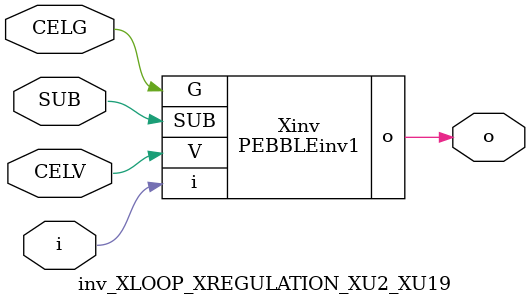
<source format=v>



module PEBBLEinv1 ( o, G, SUB, V, i );

  input V;
  input i;
  input G;
  output o;
  input SUB;
endmodule

//Celera Confidential Do Not Copy inv_XLOOP_XREGULATION_XU2_XU19
//Celera Confidential Symbol Generator
//5V Inverter
module inv_XLOOP_XREGULATION_XU2_XU19 (CELV,CELG,i,o,SUB);
input CELV;
input CELG;
input i;
input SUB;
output o;

//Celera Confidential Do Not Copy inv
PEBBLEinv1 Xinv(
.V (CELV),
.i (i),
.o (o),
.SUB (SUB),
.G (CELG)
);
//,diesize,PEBBLEinv1

//Celera Confidential Do Not Copy Module End
//Celera Schematic Generator
endmodule

</source>
